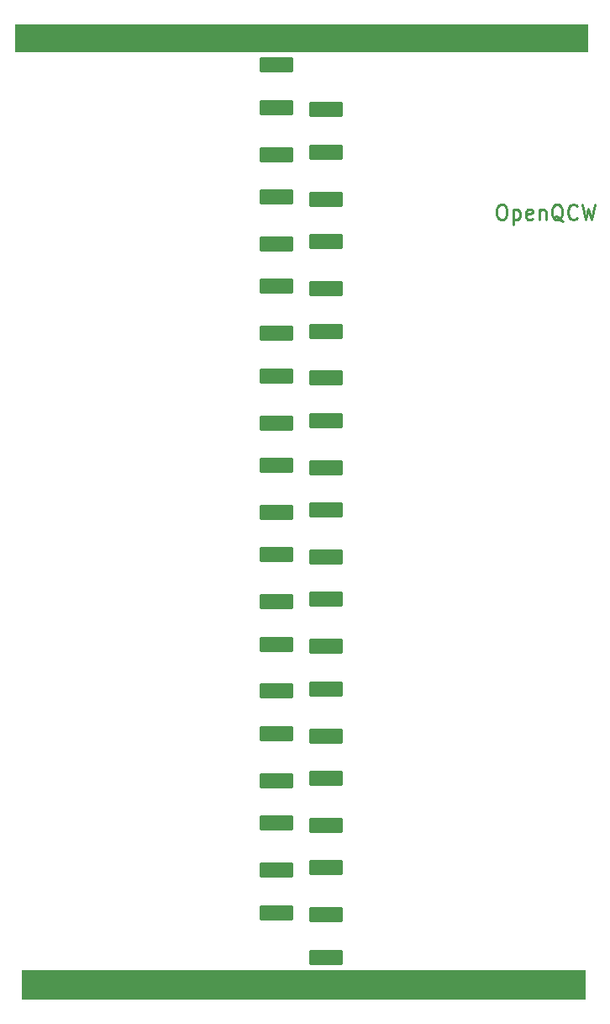
<source format=gbr>
%TF.GenerationSoftware,KiCad,Pcbnew,9.0.6*%
%TF.CreationDate,2025-12-24T02:22:15+01:00*%
%TF.ProjectId,secondary_mmc,7365636f-6e64-4617-9279-5f6d6d632e6b,rev?*%
%TF.SameCoordinates,Original*%
%TF.FileFunction,Soldermask,Top*%
%TF.FilePolarity,Negative*%
%FSLAX46Y46*%
G04 Gerber Fmt 4.6, Leading zero omitted, Abs format (unit mm)*
G04 Created by KiCad (PCBNEW 9.0.6) date 2025-12-24 02:22:15*
%MOMM*%
%LPD*%
G01*
G04 APERTURE LIST*
G04 Aperture macros list*
%AMRoundRect*
0 Rectangle with rounded corners*
0 $1 Rounding radius*
0 $2 $3 $4 $5 $6 $7 $8 $9 X,Y pos of 4 corners*
0 Add a 4 corners polygon primitive as box body*
4,1,4,$2,$3,$4,$5,$6,$7,$8,$9,$2,$3,0*
0 Add four circle primitives for the rounded corners*
1,1,$1+$1,$2,$3*
1,1,$1+$1,$4,$5*
1,1,$1+$1,$6,$7*
1,1,$1+$1,$8,$9*
0 Add four rect primitives between the rounded corners*
20,1,$1+$1,$2,$3,$4,$5,0*
20,1,$1+$1,$4,$5,$6,$7,0*
20,1,$1+$1,$6,$7,$8,$9,0*
20,1,$1+$1,$8,$9,$2,$3,0*%
G04 Aperture macros list end*
%ADD10C,0.100000*%
%ADD11C,0.250000*%
%ADD12RoundRect,0.250000X-1.450000X0.537500X-1.450000X-0.537500X1.450000X-0.537500X1.450000X0.537500X0*%
G04 APERTURE END LIST*
D10*
X85350000Y-172650000D02*
X142150000Y-172650000D01*
X142150000Y-175550000D01*
X85350000Y-175550000D01*
X85350000Y-172650000D01*
G36*
X85350000Y-172650000D02*
G01*
X142150000Y-172650000D01*
X142150000Y-175550000D01*
X85350000Y-175550000D01*
X85350000Y-172650000D01*
G37*
X84700000Y-77500000D02*
X142400000Y-77500000D01*
X142400000Y-80200000D01*
X84700000Y-80200000D01*
X84700000Y-77500000D01*
G36*
X84700000Y-77500000D02*
G01*
X142400000Y-77500000D01*
X142400000Y-80200000D01*
X84700000Y-80200000D01*
X84700000Y-77500000D01*
G37*
D11*
X133607330Y-95603428D02*
X133893044Y-95603428D01*
X133893044Y-95603428D02*
X134035901Y-95674857D01*
X134035901Y-95674857D02*
X134178758Y-95817714D01*
X134178758Y-95817714D02*
X134250187Y-96103428D01*
X134250187Y-96103428D02*
X134250187Y-96603428D01*
X134250187Y-96603428D02*
X134178758Y-96889142D01*
X134178758Y-96889142D02*
X134035901Y-97032000D01*
X134035901Y-97032000D02*
X133893044Y-97103428D01*
X133893044Y-97103428D02*
X133607330Y-97103428D01*
X133607330Y-97103428D02*
X133464473Y-97032000D01*
X133464473Y-97032000D02*
X133321615Y-96889142D01*
X133321615Y-96889142D02*
X133250187Y-96603428D01*
X133250187Y-96603428D02*
X133250187Y-96103428D01*
X133250187Y-96103428D02*
X133321615Y-95817714D01*
X133321615Y-95817714D02*
X133464473Y-95674857D01*
X133464473Y-95674857D02*
X133607330Y-95603428D01*
X134893044Y-96103428D02*
X134893044Y-97603428D01*
X134893044Y-96174857D02*
X135035902Y-96103428D01*
X135035902Y-96103428D02*
X135321616Y-96103428D01*
X135321616Y-96103428D02*
X135464473Y-96174857D01*
X135464473Y-96174857D02*
X135535902Y-96246285D01*
X135535902Y-96246285D02*
X135607330Y-96389142D01*
X135607330Y-96389142D02*
X135607330Y-96817714D01*
X135607330Y-96817714D02*
X135535902Y-96960571D01*
X135535902Y-96960571D02*
X135464473Y-97032000D01*
X135464473Y-97032000D02*
X135321616Y-97103428D01*
X135321616Y-97103428D02*
X135035902Y-97103428D01*
X135035902Y-97103428D02*
X134893044Y-97032000D01*
X136821616Y-97032000D02*
X136678759Y-97103428D01*
X136678759Y-97103428D02*
X136393045Y-97103428D01*
X136393045Y-97103428D02*
X136250187Y-97032000D01*
X136250187Y-97032000D02*
X136178759Y-96889142D01*
X136178759Y-96889142D02*
X136178759Y-96317714D01*
X136178759Y-96317714D02*
X136250187Y-96174857D01*
X136250187Y-96174857D02*
X136393045Y-96103428D01*
X136393045Y-96103428D02*
X136678759Y-96103428D01*
X136678759Y-96103428D02*
X136821616Y-96174857D01*
X136821616Y-96174857D02*
X136893045Y-96317714D01*
X136893045Y-96317714D02*
X136893045Y-96460571D01*
X136893045Y-96460571D02*
X136178759Y-96603428D01*
X137535901Y-96103428D02*
X137535901Y-97103428D01*
X137535901Y-96246285D02*
X137607330Y-96174857D01*
X137607330Y-96174857D02*
X137750187Y-96103428D01*
X137750187Y-96103428D02*
X137964473Y-96103428D01*
X137964473Y-96103428D02*
X138107330Y-96174857D01*
X138107330Y-96174857D02*
X138178759Y-96317714D01*
X138178759Y-96317714D02*
X138178759Y-97103428D01*
X139893044Y-97246285D02*
X139750187Y-97174857D01*
X139750187Y-97174857D02*
X139607330Y-97032000D01*
X139607330Y-97032000D02*
X139393044Y-96817714D01*
X139393044Y-96817714D02*
X139250187Y-96746285D01*
X139250187Y-96746285D02*
X139107330Y-96746285D01*
X139178759Y-97103428D02*
X139035902Y-97032000D01*
X139035902Y-97032000D02*
X138893044Y-96889142D01*
X138893044Y-96889142D02*
X138821616Y-96603428D01*
X138821616Y-96603428D02*
X138821616Y-96103428D01*
X138821616Y-96103428D02*
X138893044Y-95817714D01*
X138893044Y-95817714D02*
X139035902Y-95674857D01*
X139035902Y-95674857D02*
X139178759Y-95603428D01*
X139178759Y-95603428D02*
X139464473Y-95603428D01*
X139464473Y-95603428D02*
X139607330Y-95674857D01*
X139607330Y-95674857D02*
X139750187Y-95817714D01*
X139750187Y-95817714D02*
X139821616Y-96103428D01*
X139821616Y-96103428D02*
X139821616Y-96603428D01*
X139821616Y-96603428D02*
X139750187Y-96889142D01*
X139750187Y-96889142D02*
X139607330Y-97032000D01*
X139607330Y-97032000D02*
X139464473Y-97103428D01*
X139464473Y-97103428D02*
X139178759Y-97103428D01*
X141321616Y-96960571D02*
X141250188Y-97032000D01*
X141250188Y-97032000D02*
X141035902Y-97103428D01*
X141035902Y-97103428D02*
X140893045Y-97103428D01*
X140893045Y-97103428D02*
X140678759Y-97032000D01*
X140678759Y-97032000D02*
X140535902Y-96889142D01*
X140535902Y-96889142D02*
X140464473Y-96746285D01*
X140464473Y-96746285D02*
X140393045Y-96460571D01*
X140393045Y-96460571D02*
X140393045Y-96246285D01*
X140393045Y-96246285D02*
X140464473Y-95960571D01*
X140464473Y-95960571D02*
X140535902Y-95817714D01*
X140535902Y-95817714D02*
X140678759Y-95674857D01*
X140678759Y-95674857D02*
X140893045Y-95603428D01*
X140893045Y-95603428D02*
X141035902Y-95603428D01*
X141035902Y-95603428D02*
X141250188Y-95674857D01*
X141250188Y-95674857D02*
X141321616Y-95746285D01*
X141821616Y-95603428D02*
X142178759Y-97103428D01*
X142178759Y-97103428D02*
X142464473Y-96032000D01*
X142464473Y-96032000D02*
X142750188Y-97103428D01*
X142750188Y-97103428D02*
X143107331Y-95603428D01*
D12*
%TO.C,C5*%
X111000000Y-99562500D03*
X111000000Y-103837500D03*
%TD*%
%TO.C,C4*%
X116000000Y-95062500D03*
X116000000Y-99337500D03*
%TD*%
%TO.C,C1*%
X111000000Y-81562500D03*
X111000000Y-85837500D03*
%TD*%
%TO.C,C2*%
X116000000Y-86062500D03*
X116000000Y-90337500D03*
%TD*%
%TO.C,C3*%
X111000000Y-90562500D03*
X111000000Y-94837500D03*
%TD*%
%TO.C,C19*%
X111000000Y-166837500D03*
X111000000Y-162562500D03*
%TD*%
%TO.C,C18*%
X116000000Y-162337500D03*
X116000000Y-158062500D03*
%TD*%
%TO.C,C17*%
X111000000Y-157837500D03*
X111000000Y-153562500D03*
%TD*%
%TO.C,C16*%
X116000000Y-153337500D03*
X116000000Y-149062500D03*
%TD*%
%TO.C,C15*%
X111000000Y-148837500D03*
X111000000Y-144562500D03*
%TD*%
%TO.C,C14*%
X116000000Y-144337500D03*
X116000000Y-140062500D03*
%TD*%
%TO.C,C13*%
X111000000Y-139837500D03*
X111000000Y-135562500D03*
%TD*%
%TO.C,C12*%
X116000000Y-135337500D03*
X116000000Y-131062500D03*
%TD*%
%TO.C,C11*%
X111000000Y-130837500D03*
X111000000Y-126562500D03*
%TD*%
%TO.C,C10*%
X116000000Y-126337500D03*
X116000000Y-122062500D03*
%TD*%
%TO.C,C9*%
X111000000Y-121837500D03*
X111000000Y-117562500D03*
%TD*%
%TO.C,C8*%
X116000000Y-117337500D03*
X116000000Y-113062500D03*
%TD*%
%TO.C,C7*%
X111000000Y-112837500D03*
X111000000Y-108562500D03*
%TD*%
%TO.C,C6*%
X116000000Y-108337500D03*
X116000000Y-104062500D03*
%TD*%
%TO.C,C20*%
X116000000Y-171337500D03*
X116000000Y-167062500D03*
%TD*%
M02*

</source>
